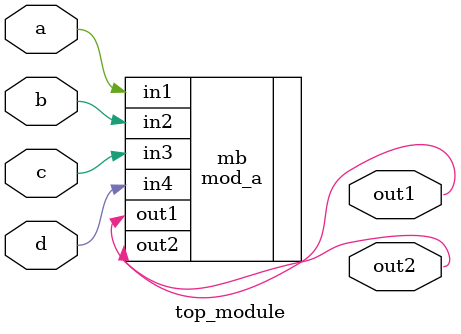
<source format=v>
module top_module ( 
    input a, 
    input b, 
    input c,
    input d,
    output out1,
    output out2
);
    mod_a mb(.out1(out1),.out2(out2),.in1(a),.in2(b),.in3(c),.in4(d));
endmodule

</source>
